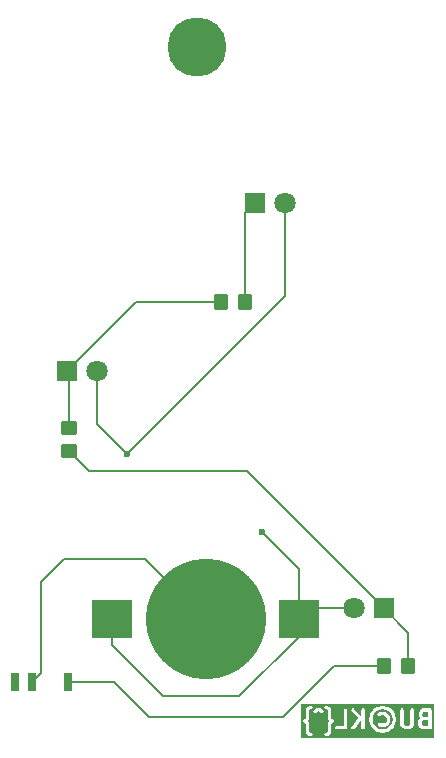
<source format=gbr>
%TF.GenerationSoftware,KiCad,Pcbnew,8.0.4*%
%TF.CreationDate,2024-12-02T20:50:40-07:00*%
%TF.ProjectId,tree,74726565-2e6b-4696-9361-645f70636258,rev?*%
%TF.SameCoordinates,Original*%
%TF.FileFunction,Copper,L2,Bot*%
%TF.FilePolarity,Positive*%
%FSLAX46Y46*%
G04 Gerber Fmt 4.6, Leading zero omitted, Abs format (unit mm)*
G04 Created by KiCad (PCBNEW 8.0.4) date 2024-12-02 20:50:40*
%MOMM*%
%LPD*%
G01*
G04 APERTURE LIST*
G04 Aperture macros list*
%AMRoundRect*
0 Rectangle with rounded corners*
0 $1 Rounding radius*
0 $2 $3 $4 $5 $6 $7 $8 $9 X,Y pos of 4 corners*
0 Add a 4 corners polygon primitive as box body*
4,1,4,$2,$3,$4,$5,$6,$7,$8,$9,$2,$3,0*
0 Add four circle primitives for the rounded corners*
1,1,$1+$1,$2,$3*
1,1,$1+$1,$4,$5*
1,1,$1+$1,$6,$7*
1,1,$1+$1,$8,$9*
0 Add four rect primitives between the rounded corners*
20,1,$1+$1,$2,$3,$4,$5,0*
20,1,$1+$1,$4,$5,$6,$7,0*
20,1,$1+$1,$6,$7,$8,$9,0*
20,1,$1+$1,$8,$9,$2,$3,0*%
G04 Aperture macros list end*
%ADD10C,0.300000*%
%TA.AperFunction,ComponentPad*%
%ADD11C,5.000000*%
%TD*%
%TA.AperFunction,SMDPad,CuDef*%
%ADD12R,0.700000X1.500000*%
%TD*%
%TA.AperFunction,SMDPad,CuDef*%
%ADD13R,3.500000X3.300000*%
%TD*%
%TA.AperFunction,SMDPad,CuDef*%
%ADD14C,10.200000*%
%TD*%
%TA.AperFunction,ComponentPad*%
%ADD15R,1.800000X1.800000*%
%TD*%
%TA.AperFunction,ComponentPad*%
%ADD16C,1.800000*%
%TD*%
%TA.AperFunction,SMDPad,CuDef*%
%ADD17RoundRect,0.250000X0.350000X0.450000X-0.350000X0.450000X-0.350000X-0.450000X0.350000X-0.450000X0*%
%TD*%
%TA.AperFunction,SMDPad,CuDef*%
%ADD18RoundRect,0.250000X-0.450000X0.350000X-0.450000X-0.350000X0.450000X-0.350000X0.450000X0.350000X0*%
%TD*%
%TA.AperFunction,ViaPad*%
%ADD19C,0.600000*%
%TD*%
%TA.AperFunction,Conductor*%
%ADD20C,0.200000*%
%TD*%
G04 APERTURE END LIST*
D10*
G36*
X162147735Y-116099962D02*
G01*
X162450443Y-116281587D01*
X162632068Y-116584296D01*
X162692517Y-116886542D01*
X162632068Y-117188788D01*
X162450443Y-117491497D01*
X162147736Y-117673122D01*
X161845488Y-117733571D01*
X161543241Y-117673122D01*
X161240532Y-117491496D01*
X161058908Y-117188789D01*
X160998458Y-116886542D01*
X161058908Y-116584294D01*
X161145959Y-116439210D01*
X161410952Y-116439210D01*
X161415101Y-116497590D01*
X161441275Y-116549939D01*
X161485490Y-116588286D01*
X161541013Y-116606793D01*
X161599393Y-116602644D01*
X161626856Y-116592135D01*
X161738041Y-116536542D01*
X161952935Y-116536542D01*
X162042349Y-116581249D01*
X162150781Y-116689681D01*
X162195488Y-116779094D01*
X162195488Y-116993990D01*
X162150781Y-117083403D01*
X162042350Y-117191835D01*
X161952936Y-117236542D01*
X161738041Y-117236542D01*
X161626856Y-117180950D01*
X161599392Y-117170440D01*
X161541012Y-117166292D01*
X161485490Y-117184800D01*
X161441275Y-117223147D01*
X161415100Y-117275496D01*
X161410952Y-117333876D01*
X161429460Y-117389398D01*
X161467807Y-117433613D01*
X161492692Y-117449278D01*
X161635550Y-117520706D01*
X161663013Y-117531216D01*
X161668388Y-117531597D01*
X161673367Y-117533660D01*
X161702631Y-117536542D01*
X161988345Y-117536542D01*
X162017609Y-117533660D01*
X162022587Y-117531597D01*
X162027963Y-117531216D01*
X162055426Y-117520706D01*
X162198285Y-117449278D01*
X162210876Y-117441351D01*
X162214538Y-117439835D01*
X162218660Y-117436451D01*
X162223170Y-117433613D01*
X162225764Y-117430621D01*
X162237269Y-117421180D01*
X162380126Y-117278323D01*
X162389569Y-117266816D01*
X162392559Y-117264224D01*
X162395395Y-117259718D01*
X162398781Y-117255593D01*
X162400298Y-117251929D01*
X162408224Y-117239339D01*
X162479652Y-117096481D01*
X162490162Y-117069018D01*
X162490543Y-117063642D01*
X162492606Y-117058664D01*
X162495488Y-117029400D01*
X162495488Y-116743685D01*
X162492606Y-116714421D01*
X162490543Y-116709442D01*
X162490162Y-116704067D01*
X162479652Y-116676604D01*
X162408224Y-116533746D01*
X162400298Y-116521155D01*
X162398781Y-116517492D01*
X162395395Y-116513366D01*
X162392559Y-116508861D01*
X162389569Y-116506268D01*
X162380126Y-116494762D01*
X162237269Y-116351905D01*
X162225767Y-116342465D01*
X162223171Y-116339472D01*
X162218657Y-116336631D01*
X162214538Y-116333250D01*
X162210878Y-116331734D01*
X162198285Y-116323807D01*
X162055427Y-116252378D01*
X162027964Y-116241868D01*
X162022586Y-116241485D01*
X162017609Y-116239424D01*
X161988345Y-116236542D01*
X161702631Y-116236542D01*
X161673367Y-116239424D01*
X161668386Y-116241487D01*
X161663012Y-116241869D01*
X161635548Y-116252378D01*
X161492692Y-116323807D01*
X161467806Y-116339472D01*
X161429459Y-116383687D01*
X161410952Y-116439210D01*
X161145959Y-116439210D01*
X161240532Y-116281588D01*
X161543241Y-116099962D01*
X161845488Y-116039512D01*
X162147735Y-116099962D01*
G37*
G36*
X165695489Y-117450828D02*
G01*
X165309470Y-117450828D01*
X165220056Y-117406121D01*
X165183051Y-117369116D01*
X165138346Y-117279704D01*
X165138346Y-117136237D01*
X165183051Y-117046825D01*
X165212229Y-117017647D01*
X165369832Y-116965114D01*
X165695489Y-116965114D01*
X165695489Y-117450828D01*
G37*
G36*
X165695489Y-116665114D02*
G01*
X165380899Y-116665114D01*
X165291485Y-116620406D01*
X165254481Y-116583403D01*
X165209774Y-116493989D01*
X165209774Y-116421952D01*
X165254481Y-116332538D01*
X165291485Y-116295535D01*
X165380899Y-116250828D01*
X165695489Y-116250828D01*
X165695489Y-116665114D01*
G37*
G36*
X166162156Y-118488924D02*
G01*
X154958570Y-118488924D01*
X154958570Y-117010639D01*
X155125237Y-117010639D01*
X155126570Y-117029398D01*
X155125237Y-117048162D01*
X155128626Y-117058329D01*
X155129386Y-117069019D01*
X155137797Y-117085842D01*
X155143745Y-117103684D01*
X155150765Y-117111778D01*
X155155560Y-117121368D01*
X155169772Y-117133694D01*
X155182092Y-117147899D01*
X155196895Y-117157217D01*
X155199775Y-117159715D01*
X155202086Y-117160485D01*
X155206977Y-117163564D01*
X155305112Y-117212631D01*
X155338345Y-117279095D01*
X155338345Y-117957971D01*
X155341227Y-117987235D01*
X155343289Y-117992213D01*
X155343671Y-117997589D01*
X155354181Y-118025053D01*
X155425609Y-118167910D01*
X155428687Y-118172800D01*
X155429458Y-118175112D01*
X155431954Y-118177990D01*
X155441274Y-118192796D01*
X155455481Y-118205117D01*
X155467805Y-118219327D01*
X155482614Y-118228649D01*
X155485489Y-118231142D01*
X155487796Y-118231911D01*
X155492691Y-118234992D01*
X155635547Y-118306421D01*
X155663011Y-118316930D01*
X155668385Y-118317311D01*
X155673366Y-118319375D01*
X155702630Y-118322257D01*
X155774059Y-118322257D01*
X155803323Y-118319375D01*
X155857395Y-118296977D01*
X155898779Y-118255593D01*
X155921177Y-118201521D01*
X155921177Y-118142993D01*
X155898779Y-118088921D01*
X155857395Y-118047537D01*
X155803323Y-118025139D01*
X155774059Y-118022257D01*
X155738040Y-118022257D01*
X155671576Y-117989024D01*
X155638345Y-117922561D01*
X155638345Y-117243685D01*
X155635463Y-117214421D01*
X155633399Y-117209440D01*
X155633018Y-117204066D01*
X155622509Y-117176602D01*
X155551080Y-117033746D01*
X155548344Y-117029399D01*
X155551080Y-117025053D01*
X155622509Y-116882197D01*
X155633018Y-116854733D01*
X155633399Y-116849358D01*
X155635463Y-116844378D01*
X155638345Y-116815114D01*
X155638345Y-116251848D01*
X155981424Y-116251848D01*
X155995949Y-116308544D01*
X156031066Y-116355367D01*
X156081427Y-116385186D01*
X156139365Y-116393463D01*
X156196061Y-116378938D01*
X156221202Y-116363685D01*
X156416916Y-116216899D01*
X156612630Y-116363685D01*
X156637770Y-116378938D01*
X156694467Y-116393462D01*
X156752404Y-116385186D01*
X156802766Y-116355367D01*
X156837883Y-116308544D01*
X156852407Y-116251848D01*
X156844131Y-116193910D01*
X156814312Y-116143549D01*
X156792630Y-116123685D01*
X156506916Y-115909400D01*
X156481775Y-115894147D01*
X156473785Y-115892100D01*
X156466690Y-115887899D01*
X156445662Y-115884895D01*
X156425079Y-115879622D01*
X156416912Y-115880788D01*
X156408753Y-115879623D01*
X156388178Y-115884893D01*
X156367141Y-115887899D01*
X156360045Y-115892100D01*
X156352056Y-115894147D01*
X156326916Y-115909400D01*
X156041202Y-116123685D01*
X156019520Y-116143549D01*
X155989701Y-116193910D01*
X155981424Y-116251848D01*
X155638345Y-116251848D01*
X155638345Y-116136237D01*
X155671576Y-116069774D01*
X155738040Y-116036542D01*
X155774059Y-116036542D01*
X155803323Y-116033660D01*
X155857395Y-116011262D01*
X155898779Y-115969878D01*
X155921177Y-115915806D01*
X155921177Y-115857278D01*
X156912655Y-115857278D01*
X156912655Y-115915806D01*
X156935053Y-115969878D01*
X156976437Y-116011262D01*
X157030509Y-116033660D01*
X157059773Y-116036542D01*
X157095792Y-116036542D01*
X157162256Y-116069774D01*
X157195488Y-116136238D01*
X157195488Y-116815114D01*
X157198370Y-116844378D01*
X157200432Y-116849356D01*
X157200814Y-116854732D01*
X157211324Y-116882196D01*
X157282752Y-117025053D01*
X157285487Y-117029399D01*
X157282752Y-117033746D01*
X157211324Y-117176603D01*
X157200814Y-117204067D01*
X157200432Y-117209442D01*
X157198370Y-117214421D01*
X157195488Y-117243685D01*
X157195488Y-117922560D01*
X157162256Y-117989024D01*
X157095792Y-118022257D01*
X157059773Y-118022257D01*
X157030509Y-118025139D01*
X156976437Y-118047537D01*
X156935053Y-118088921D01*
X156912655Y-118142993D01*
X156912655Y-118201521D01*
X156935053Y-118255593D01*
X156976437Y-118296977D01*
X157030509Y-118319375D01*
X157059773Y-118322257D01*
X157131202Y-118322257D01*
X157160466Y-118319375D01*
X157165446Y-118317311D01*
X157170821Y-118316930D01*
X157198284Y-118306421D01*
X157341141Y-118234992D01*
X157346031Y-118231913D01*
X157348343Y-118231143D01*
X157351221Y-118228646D01*
X157366027Y-118219327D01*
X157378348Y-118205119D01*
X157392558Y-118192796D01*
X157401880Y-118177986D01*
X157404373Y-118175112D01*
X157405142Y-118172804D01*
X157408223Y-118167910D01*
X157479652Y-118025054D01*
X157490161Y-117997590D01*
X157490542Y-117992215D01*
X157492606Y-117987235D01*
X157495488Y-117957971D01*
X157495488Y-117571564D01*
X157841227Y-117571564D01*
X157841227Y-117630092D01*
X157863625Y-117684164D01*
X157905009Y-117725548D01*
X157959081Y-117747946D01*
X157988345Y-117750828D01*
X158702631Y-117750828D01*
X158731895Y-117747946D01*
X158785967Y-117725548D01*
X158827351Y-117684164D01*
X158849749Y-117630092D01*
X158852631Y-117600828D01*
X158852631Y-117592665D01*
X159195710Y-117592665D01*
X159203987Y-117650602D01*
X159233806Y-117700964D01*
X159280628Y-117736081D01*
X159337325Y-117750606D01*
X159395262Y-117742329D01*
X159445624Y-117712510D01*
X159465488Y-117690828D01*
X160004574Y-116972046D01*
X160052631Y-117020103D01*
X160052631Y-117600828D01*
X160055513Y-117630092D01*
X160077911Y-117684164D01*
X160119295Y-117725548D01*
X160173367Y-117747946D01*
X160231895Y-117747946D01*
X160285967Y-117725548D01*
X160327351Y-117684164D01*
X160349749Y-117630092D01*
X160352631Y-117600828D01*
X160352631Y-116886385D01*
X160695488Y-116886385D01*
X160695519Y-116886542D01*
X160695488Y-116886699D01*
X160698401Y-116915960D01*
X160769830Y-117273103D01*
X160775162Y-117290616D01*
X160775708Y-117294283D01*
X160777306Y-117297659D01*
X160778395Y-117301233D01*
X160780457Y-117304312D01*
X160788293Y-117320859D01*
X161002579Y-117678003D01*
X161020107Y-117701613D01*
X161026029Y-117706001D01*
X161030418Y-117711924D01*
X161054028Y-117729452D01*
X161411170Y-117943738D01*
X161427717Y-117951573D01*
X161430797Y-117953636D01*
X161434369Y-117954723D01*
X161437747Y-117956323D01*
X161441414Y-117956868D01*
X161458928Y-117962201D01*
X161816071Y-118033629D01*
X161845332Y-118036542D01*
X161845488Y-118036511D01*
X161845644Y-118036542D01*
X161874905Y-118033629D01*
X162232048Y-117962201D01*
X162249561Y-117956868D01*
X162253229Y-117956323D01*
X162256605Y-117954723D01*
X162260179Y-117953636D01*
X162263258Y-117951573D01*
X162279805Y-117943738D01*
X162636949Y-117729452D01*
X162660559Y-117711924D01*
X162664947Y-117706001D01*
X162670870Y-117701613D01*
X162688398Y-117678002D01*
X162902684Y-117320859D01*
X162910519Y-117304312D01*
X162912582Y-117301233D01*
X162913669Y-117297659D01*
X162915269Y-117294283D01*
X162915814Y-117290615D01*
X162921147Y-117273102D01*
X162992575Y-116915959D01*
X162995488Y-116886698D01*
X162995457Y-116886541D01*
X162995488Y-116886386D01*
X162992575Y-116857125D01*
X162921147Y-116499983D01*
X162915814Y-116482469D01*
X162915269Y-116478802D01*
X162913669Y-116475425D01*
X162912582Y-116471852D01*
X162910519Y-116468772D01*
X162902684Y-116452226D01*
X162691845Y-116100828D01*
X163338346Y-116100828D01*
X163338346Y-117315114D01*
X163341228Y-117344378D01*
X163343290Y-117349356D01*
X163343672Y-117354732D01*
X163354182Y-117382196D01*
X163425610Y-117525053D01*
X163433537Y-117537646D01*
X163435053Y-117541306D01*
X163438434Y-117545425D01*
X163441275Y-117549939D01*
X163444268Y-117552535D01*
X163453708Y-117564037D01*
X163525137Y-117635466D01*
X163536641Y-117644907D01*
X163539236Y-117647899D01*
X163543745Y-117650737D01*
X163547868Y-117654121D01*
X163551529Y-117655637D01*
X163564121Y-117663564D01*
X163706979Y-117734992D01*
X163734442Y-117745502D01*
X163739817Y-117745883D01*
X163744796Y-117747946D01*
X163774060Y-117750828D01*
X164059774Y-117750828D01*
X164089038Y-117747946D01*
X164094016Y-117745883D01*
X164099392Y-117745502D01*
X164126855Y-117734992D01*
X164269714Y-117663564D01*
X164282308Y-117655635D01*
X164285968Y-117654120D01*
X164290088Y-117650738D01*
X164294599Y-117647899D01*
X164297193Y-117644907D01*
X164308699Y-117635465D01*
X164380127Y-117564036D01*
X164389565Y-117552535D01*
X164392559Y-117549939D01*
X164395399Y-117545426D01*
X164398781Y-117541306D01*
X164400296Y-117537646D01*
X164408224Y-117525053D01*
X164479653Y-117382197D01*
X164490162Y-117354733D01*
X164490543Y-117349358D01*
X164492607Y-117344378D01*
X164495489Y-117315114D01*
X164495489Y-117100828D01*
X164838346Y-117100828D01*
X164838346Y-117315114D01*
X164841228Y-117344378D01*
X164843290Y-117349356D01*
X164843672Y-117354732D01*
X164854182Y-117382196D01*
X164925610Y-117525053D01*
X164933537Y-117537646D01*
X164935053Y-117541306D01*
X164938434Y-117545425D01*
X164941275Y-117549939D01*
X164944268Y-117552535D01*
X164953708Y-117564037D01*
X165025137Y-117635466D01*
X165036641Y-117644907D01*
X165039236Y-117647899D01*
X165043745Y-117650737D01*
X165047868Y-117654121D01*
X165051529Y-117655637D01*
X165064121Y-117663564D01*
X165206979Y-117734992D01*
X165234442Y-117745502D01*
X165239817Y-117745883D01*
X165244796Y-117747946D01*
X165274060Y-117750828D01*
X165845489Y-117750828D01*
X165874753Y-117747946D01*
X165928825Y-117725548D01*
X165970209Y-117684164D01*
X165992607Y-117630092D01*
X165995489Y-117600828D01*
X165995489Y-116100828D01*
X165992607Y-116071564D01*
X165970209Y-116017492D01*
X165928825Y-115976108D01*
X165874753Y-115953710D01*
X165845489Y-115950828D01*
X165345489Y-115950828D01*
X165316225Y-115953710D01*
X165311244Y-115955773D01*
X165305870Y-115956155D01*
X165278406Y-115966664D01*
X165135550Y-116038093D01*
X165122956Y-116046020D01*
X165119297Y-116047536D01*
X165115176Y-116050917D01*
X165110664Y-116053758D01*
X165108067Y-116056751D01*
X165096567Y-116066190D01*
X165025138Y-116137618D01*
X165015698Y-116149120D01*
X165012704Y-116151717D01*
X165009862Y-116156231D01*
X165006483Y-116160349D01*
X165004967Y-116164007D01*
X164997039Y-116176603D01*
X164925610Y-116319460D01*
X164915101Y-116346923D01*
X164914719Y-116352297D01*
X164912656Y-116357278D01*
X164909774Y-116386542D01*
X164909774Y-116529400D01*
X164912656Y-116558664D01*
X164914719Y-116563644D01*
X164915101Y-116569019D01*
X164925610Y-116596482D01*
X164997039Y-116739339D01*
X165004967Y-116751934D01*
X165006483Y-116755593D01*
X165009862Y-116759710D01*
X165012704Y-116764225D01*
X165015698Y-116766821D01*
X165025138Y-116778324D01*
X165026319Y-116779505D01*
X165025137Y-116780476D01*
X164953708Y-116851905D01*
X164944268Y-116863406D01*
X164941275Y-116866003D01*
X164938434Y-116870516D01*
X164935053Y-116874636D01*
X164933537Y-116878295D01*
X164925610Y-116890889D01*
X164854182Y-117033746D01*
X164843672Y-117061210D01*
X164843290Y-117066585D01*
X164841228Y-117071564D01*
X164838346Y-117100828D01*
X164495489Y-117100828D01*
X164495489Y-116100828D01*
X164492607Y-116071564D01*
X164470209Y-116017492D01*
X164428825Y-115976108D01*
X164374753Y-115953710D01*
X164316225Y-115953710D01*
X164262153Y-115976108D01*
X164220769Y-116017492D01*
X164198371Y-116071564D01*
X164195489Y-116100828D01*
X164195489Y-117279703D01*
X164150781Y-117369117D01*
X164113778Y-117406121D01*
X164024365Y-117450828D01*
X163809470Y-117450828D01*
X163720056Y-117406121D01*
X163683051Y-117369116D01*
X163638346Y-117279704D01*
X163638346Y-116100828D01*
X163635464Y-116071564D01*
X163613066Y-116017492D01*
X163571682Y-115976108D01*
X163517610Y-115953710D01*
X163459082Y-115953710D01*
X163405010Y-115976108D01*
X163363626Y-116017492D01*
X163341228Y-116071564D01*
X163338346Y-116100828D01*
X162691845Y-116100828D01*
X162688398Y-116095083D01*
X162670870Y-116071472D01*
X162664947Y-116067083D01*
X162660559Y-116061161D01*
X162636949Y-116043633D01*
X162279805Y-115829347D01*
X162263258Y-115821511D01*
X162260179Y-115819449D01*
X162256605Y-115818360D01*
X162253229Y-115816762D01*
X162249562Y-115816216D01*
X162232049Y-115810884D01*
X161874906Y-115739455D01*
X161845645Y-115736542D01*
X161845488Y-115736573D01*
X161845331Y-115736542D01*
X161816071Y-115739455D01*
X161458927Y-115810884D01*
X161441413Y-115816216D01*
X161437747Y-115816762D01*
X161434370Y-115818361D01*
X161430797Y-115819449D01*
X161427718Y-115821510D01*
X161411170Y-115829347D01*
X161054028Y-116043633D01*
X161030418Y-116061161D01*
X161026029Y-116067083D01*
X161020107Y-116071472D01*
X161002579Y-116095082D01*
X160788293Y-116452226D01*
X160780457Y-116468772D01*
X160778395Y-116471852D01*
X160777306Y-116475425D01*
X160775708Y-116478802D01*
X160775162Y-116482468D01*
X160769830Y-116499982D01*
X160698401Y-116857124D01*
X160695488Y-116886385D01*
X160352631Y-116886385D01*
X160352631Y-116100828D01*
X160349749Y-116071564D01*
X160327351Y-116017492D01*
X160285967Y-115976108D01*
X160231895Y-115953710D01*
X160173367Y-115953710D01*
X160119295Y-115976108D01*
X160077911Y-116017492D01*
X160055513Y-116071564D01*
X160052631Y-116100828D01*
X160052631Y-116595839D01*
X159451554Y-115994762D01*
X159428823Y-115976107D01*
X159374751Y-115953710D01*
X159316225Y-115953710D01*
X159262153Y-115976107D01*
X159220767Y-116017493D01*
X159198370Y-116071565D01*
X159198370Y-116130091D01*
X159220767Y-116184163D01*
X159239422Y-116206894D01*
X159790288Y-116757760D01*
X159225488Y-117510828D01*
X159210235Y-117535968D01*
X159195710Y-117592665D01*
X158852631Y-117592665D01*
X158852631Y-116100828D01*
X158849749Y-116071564D01*
X158827351Y-116017492D01*
X158785967Y-115976108D01*
X158731895Y-115953710D01*
X158673367Y-115953710D01*
X158619295Y-115976108D01*
X158577911Y-116017492D01*
X158555513Y-116071564D01*
X158552631Y-116100828D01*
X158552631Y-117450828D01*
X157988345Y-117450828D01*
X157959081Y-117453710D01*
X157905009Y-117476108D01*
X157863625Y-117517492D01*
X157841227Y-117571564D01*
X157495488Y-117571564D01*
X157495488Y-117279094D01*
X157528718Y-117212631D01*
X157626855Y-117163564D01*
X157631746Y-117160484D01*
X157634056Y-117159715D01*
X157636931Y-117157221D01*
X157651741Y-117147899D01*
X157664063Y-117133690D01*
X157678272Y-117121368D01*
X157683066Y-117111779D01*
X157690087Y-117103684D01*
X157696034Y-117085842D01*
X157704446Y-117069019D01*
X157705205Y-117058329D01*
X157708595Y-117048162D01*
X157707261Y-117029398D01*
X157708595Y-117010639D01*
X157705206Y-117000474D01*
X157704447Y-116989782D01*
X157696032Y-116972953D01*
X157690087Y-116955116D01*
X157683067Y-116947022D01*
X157678273Y-116937433D01*
X157664062Y-116925108D01*
X157651741Y-116910901D01*
X157636934Y-116901580D01*
X157634058Y-116899086D01*
X157631747Y-116898315D01*
X157626855Y-116895236D01*
X157528719Y-116846167D01*
X157495488Y-116779704D01*
X157495488Y-116100828D01*
X157492606Y-116071564D01*
X157490542Y-116066583D01*
X157490161Y-116061209D01*
X157479652Y-116033745D01*
X157408223Y-115890889D01*
X157405142Y-115885994D01*
X157404373Y-115883687D01*
X157401880Y-115880812D01*
X157392558Y-115866003D01*
X157378348Y-115853679D01*
X157366027Y-115839472D01*
X157351221Y-115830152D01*
X157348343Y-115827656D01*
X157346031Y-115826885D01*
X157341141Y-115823807D01*
X157198284Y-115752378D01*
X157170821Y-115741869D01*
X157165446Y-115741487D01*
X157160466Y-115739424D01*
X157131202Y-115736542D01*
X157059773Y-115736542D01*
X157030509Y-115739424D01*
X156976437Y-115761822D01*
X156935053Y-115803206D01*
X156912655Y-115857278D01*
X155921177Y-115857278D01*
X155898779Y-115803206D01*
X155857395Y-115761822D01*
X155803323Y-115739424D01*
X155774059Y-115736542D01*
X155702630Y-115736542D01*
X155673366Y-115739424D01*
X155668385Y-115741487D01*
X155663011Y-115741869D01*
X155635547Y-115752378D01*
X155492691Y-115823807D01*
X155487796Y-115826887D01*
X155485489Y-115827657D01*
X155482614Y-115830149D01*
X155467805Y-115839472D01*
X155455481Y-115853681D01*
X155441274Y-115866003D01*
X155431954Y-115880808D01*
X155429458Y-115883687D01*
X155428687Y-115885998D01*
X155425609Y-115890889D01*
X155354181Y-116033746D01*
X155343671Y-116061210D01*
X155343289Y-116066585D01*
X155341227Y-116071564D01*
X155338345Y-116100828D01*
X155338345Y-116779703D01*
X155305113Y-116846167D01*
X155206977Y-116895236D01*
X155202082Y-116898316D01*
X155199775Y-116899086D01*
X155196901Y-116901578D01*
X155182091Y-116910901D01*
X155169764Y-116925113D01*
X155155560Y-116937433D01*
X155150767Y-116947017D01*
X155143744Y-116955116D01*
X155137796Y-116972959D01*
X155129385Y-116989782D01*
X155128625Y-117000473D01*
X155125237Y-117010639D01*
X154958570Y-117010639D01*
X154958570Y-115569875D01*
X166162156Y-115569875D01*
X166162156Y-118488924D01*
G37*
D11*
%TO.P,,-,GND*%
%TO.N,GND*%
X146100000Y-60000000D03*
%TD*%
D12*
%TO.P,SW1,1,A*%
%TO.N,Net-(SW1-A)*%
X135200000Y-113700000D03*
%TO.P,SW1,2,B*%
%TO.N,Net-(BT1--)*%
X132200000Y-113700000D03*
%TO.P,SW1,3,C*%
%TO.N,GND*%
X130700000Y-113700000D03*
%TD*%
D13*
%TO.P,BT1,1,+*%
%TO.N,Net-(BT1-+)*%
X138951945Y-108398207D03*
X154751945Y-108398207D03*
D14*
%TO.P,BT1,2,-*%
%TO.N,Net-(BT1--)*%
X146851945Y-108398207D03*
%TD*%
D15*
%TO.P,D3,1,K*%
%TO.N,Net-(D3-K)*%
X151000000Y-73200000D03*
D16*
%TO.P,D3,2,A*%
%TO.N,Net-(BT1-+)*%
X153540000Y-73200000D03*
%TD*%
D17*
%TO.P,R3,1*%
%TO.N,Net-(D3-K)*%
X150200000Y-81600000D03*
%TO.P,R3,2*%
%TO.N,Net-(D2-K)*%
X148200000Y-81600000D03*
%TD*%
D18*
%TO.P,R2,1*%
%TO.N,Net-(D2-K)*%
X135300000Y-92200000D03*
%TO.P,R2,2*%
%TO.N,Net-(D1-K)*%
X135300000Y-94200000D03*
%TD*%
D15*
%TO.P,D2,1,K*%
%TO.N,Net-(D2-K)*%
X135160000Y-87400000D03*
D16*
%TO.P,D2,2,A*%
%TO.N,Net-(BT1-+)*%
X137700000Y-87400000D03*
%TD*%
D17*
%TO.P,R1,1*%
%TO.N,Net-(D1-K)*%
X164000000Y-112400000D03*
%TO.P,R1,2*%
%TO.N,Net-(SW1-A)*%
X162000000Y-112400000D03*
%TD*%
D15*
%TO.P,D1,1,K*%
%TO.N,Net-(D1-K)*%
X161940000Y-107500000D03*
D16*
%TO.P,D1,2,A*%
%TO.N,Net-(BT1-+)*%
X159400000Y-107500000D03*
%TD*%
D19*
%TO.N,Net-(BT1-+)*%
X140200000Y-94400000D03*
X151600000Y-101000000D03*
%TD*%
D20*
%TO.N,Net-(BT1--)*%
X146851945Y-108398207D02*
X141751945Y-103298207D01*
X141751945Y-103298207D02*
X134901793Y-103298207D01*
X132900000Y-113000000D02*
X132200000Y-113700000D01*
X134901793Y-103298207D02*
X132900000Y-105300000D01*
X132900000Y-105300000D02*
X132900000Y-113000000D01*
%TO.N,Net-(SW1-A)*%
X142099163Y-116699163D02*
X139100000Y-113700000D01*
X139100000Y-113700000D02*
X135200000Y-113700000D01*
X153399163Y-116699163D02*
X142099163Y-116699163D01*
X157698326Y-112400000D02*
X153399163Y-116699163D01*
%TO.N,Net-(BT1-+)*%
X138951945Y-108398207D02*
X138951945Y-110626425D01*
X154751945Y-104151945D02*
X154751945Y-108398207D01*
X155650152Y-107500000D02*
X154751945Y-108398207D01*
X137700000Y-91900000D02*
X140200000Y-94400000D01*
X138951945Y-110626425D02*
X143263464Y-114937944D01*
X153540000Y-81060000D02*
X140200000Y-94400000D01*
X137700000Y-87400000D02*
X137700000Y-91900000D01*
X143263464Y-114937944D02*
X149708065Y-114937944D01*
X153540000Y-73200000D02*
X153540000Y-81060000D01*
X151600000Y-101000000D02*
X154751945Y-104151945D01*
X149708065Y-114937944D02*
X154751945Y-109894064D01*
X159400000Y-107500000D02*
X155650152Y-107500000D01*
X154751945Y-109894064D02*
X154751945Y-108398207D01*
%TO.N,Net-(D1-K)*%
X164000000Y-112400000D02*
X164000000Y-109560000D01*
X164000000Y-109560000D02*
X161940000Y-107500000D01*
X161940000Y-107500000D02*
X150340000Y-95900000D01*
X137000000Y-95900000D02*
X135300000Y-94200000D01*
X150340000Y-95900000D02*
X137000000Y-95900000D01*
%TO.N,Net-(D2-K)*%
X135300000Y-87540000D02*
X135160000Y-87400000D01*
X135160000Y-87400000D02*
X140960000Y-81600000D01*
X135300000Y-92200000D02*
X135300000Y-87540000D01*
X140960000Y-81600000D02*
X148200000Y-81600000D01*
%TO.N,Net-(D3-K)*%
X150200000Y-81600000D02*
X150200000Y-74000000D01*
X150200000Y-74000000D02*
X151000000Y-73200000D01*
%TO.N,Net-(SW1-A)*%
X157698326Y-112400000D02*
X162000000Y-112400000D01*
%TD*%
M02*

</source>
